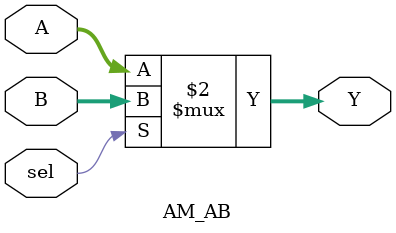
<source format=sv>
`timescale 1ns / 1ps


module AM_AB #(parameter N = 9)(
    input logic [N-1:0] A,
    input logic [N-1:0] B,
    input logic sel,
    output logic [N-1:0] Y
);
    assign Y = (sel == 1'b0) ? A : B;
endmodule

</source>
